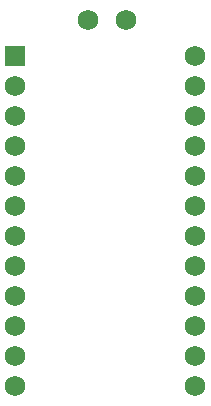
<source format=gbr>
%TF.GenerationSoftware,KiCad,Pcbnew,(6.0.5)*%
%TF.CreationDate,2022-05-07T21:13:44-04:00*%
%TF.ProjectId,main,6d61696e-2e6b-4696-9361-645f70636258,VERSION_HERE*%
%TF.SameCoordinates,Original*%
%TF.FileFunction,Legend,Bot*%
%TF.FilePolarity,Positive*%
%FSLAX46Y46*%
G04 Gerber Fmt 4.6, Leading zero omitted, Abs format (unit mm)*
G04 Created by KiCad (PCBNEW (6.0.5)) date 2022-05-07 21:13:44*
%MOMM*%
%LPD*%
G01*
G04 APERTURE LIST*
%ADD10R,1.752600X1.752600*%
%ADD11C,1.752600*%
G04 APERTURE END LIST*
D10*
%TO.C,MCU1*%
X262619967Y-104019967D03*
D11*
X262619967Y-106559967D03*
X262619967Y-109099967D03*
X262619967Y-111639967D03*
X262619967Y-114179967D03*
X262619967Y-116719967D03*
X262619967Y-119259967D03*
X262619967Y-121799967D03*
X262619967Y-124339967D03*
X262619967Y-126879967D03*
X262619967Y-129419967D03*
X262619967Y-131959967D03*
X277859967Y-104019967D03*
X277859967Y-106559967D03*
X277859967Y-109099967D03*
X277859967Y-111639967D03*
X277859967Y-114179967D03*
X277859967Y-116719967D03*
X277859967Y-119259967D03*
X277859967Y-121799967D03*
X277859967Y-124339967D03*
X277859967Y-126879967D03*
X277859967Y-129419967D03*
X277859967Y-131959967D03*
%TD*%
%TO.C,*%
X272000000Y-101000000D03*
X268760000Y-101000000D03*
%TD*%
M02*

</source>
